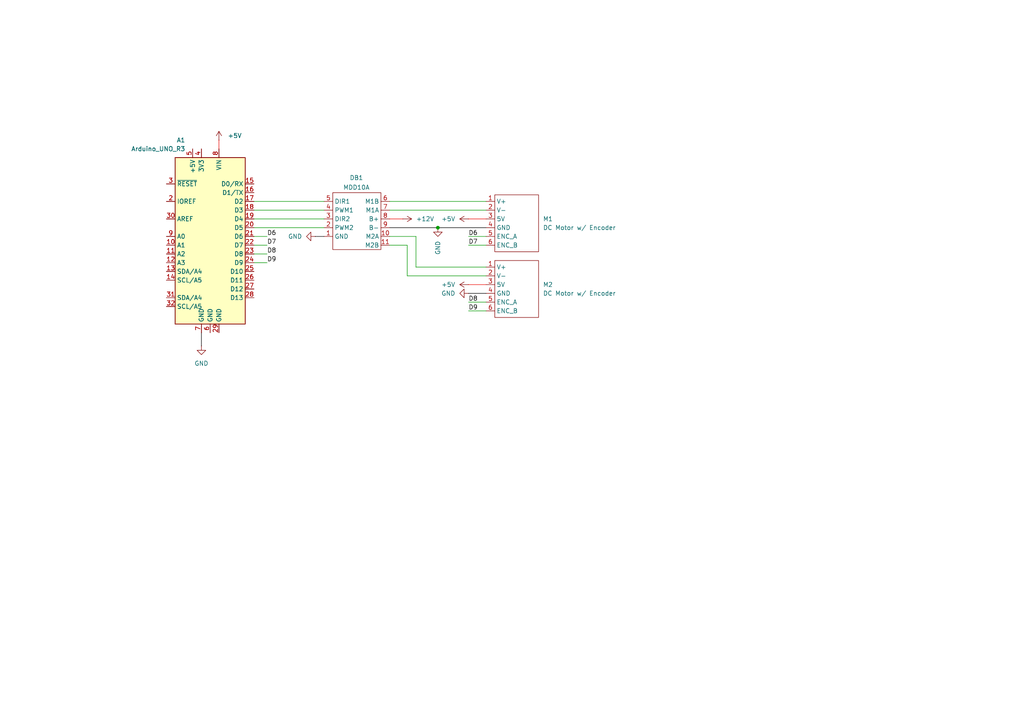
<source format=kicad_sch>
(kicad_sch (version 20250114) (generator "eeschema") (generator_version "9.0")
  (paper "A4")
  (lib_symbols
    (symbol "MCU_Module:Arduino_UNO_R3"
      (property "Reference" "A" (at -10.16 23.495 0))
      (property "Value" "Arduino_UNO_R3" (at 5.08 -26.67 0))
      (symbol "Arduino_UNO_R3_0_1"
        (rectangle (start -10.16 22.86) (end 10.16 -25.4) (stroke (width 0.254)) (fill (type background)))
      )
      (symbol "Arduino_UNO_R3_1_1"
        (pin bidirectional line (at -12.7 15.24 0) (length 2.54) (name "D0/RX") (number "15"))
        (pin bidirectional line (at -12.7 12.7 0) (length 2.54) (name "D1/TX") (number "16"))
        (pin bidirectional line (at -12.7 10.16 0) (length 2.54) (name "D2") (number "17"))
        (pin bidirectional line (at -12.7 7.62 0) (length 2.54) (name "D3") (number "18"))
        (pin bidirectional line (at -12.7 5.08 0) (length 2.54) (name "D4") (number "19"))
        (pin bidirectional line (at -12.7 2.54 0) (length 2.54) (name "D5") (number "20"))
        (pin bidirectional line (at -12.7 0 0) (length 2.54) (name "D6") (number "21"))
        (pin bidirectional line (at -12.7 -2.54 0) (length 2.54) (name "D7") (number "22"))
        (pin bidirectional line (at -12.7 -5.08 0) (length 2.54) (name "D8") (number "23"))
        (pin bidirectional line (at -12.7 -7.62 0) (length 2.54) (name "D9") (number "24"))
        (pin bidirectional line (at -12.7 -10.16 0) (length 2.54) (name "D10") (number "25"))
        (pin bidirectional line (at -12.7 -12.7 0) (length 2.54) (name "D11") (number "26"))
        (pin bidirectional line (at -12.7 -15.24 0) (length 2.54) (name "D12") (number "27"))
        (pin bidirectional line (at -12.7 -17.78 0) (length 2.54) (name "D13") (number "28"))
        (pin no_connect line (at -10.16 -20.32 0) (length 2.54) (hide yes) (name "NC") (number "1"))
        (pin power_in line (at -2.54 25.4 270) (length 2.54) (name "VIN") (number "8"))
        (pin power_in line (at -2.54 -27.94 90) (length 2.54) (name "GND") (number "29"))
        (pin power_in line (at 0 -27.94 90) (length 2.54) (name "GND") (number "6"))
        (pin power_out line (at 2.54 25.4 270) (length 2.54) (name "3V3") (number "4"))
        (pin power_in line (at 2.54 -27.94 90) (length 2.54) (name "GND") (number "7"))
        (pin power_out line (at 5.08 25.4 270) (length 2.54) (name "+5V") (number "5"))
        (pin input line (at 12.7 15.24 180) (length 2.54) (name "~{RESET}") (number "3"))
        (pin output line (at 12.7 10.16 180) (length 2.54) (name "IOREF") (number "2"))
        (pin input line (at 12.7 5.08 180) (length 2.54) (name "AREF") (number "30"))
        (pin bidirectional line (at 12.7 0 180) (length 2.54) (name "A0") (number "9"))
        (pin bidirectional line (at 12.7 -2.54 180) (length 2.54) (name "A1") (number "10"))
        (pin bidirectional line (at 12.7 -5.08 180) (length 2.54) (name "A2") (number "11"))
        (pin bidirectional line (at 12.7 -7.62 180) (length 2.54) (name "A3") (number "12"))
        (pin bidirectional line (at 12.7 -10.16 180) (length 2.54) (name "SDA/A4") (number "13"))
        (pin bidirectional line (at 12.7 -12.7 180) (length 2.54) (name "SCL/A5") (number "14"))
        (pin bidirectional line (at 12.7 -17.78 180) (length 2.54) (name "SDA/A4") (number "31"))
        (pin bidirectional line (at 12.7 -20.32 180) (length 2.54) (name "SCL/A5") (number "32"))
      )
    )
    (symbol "power:+12V" (power) (pin_numbers (hide yes)) (pin_names (offset 0) (hide yes))
      (property "Value" "+12V" (at 0 3.556 0))
      (symbol "+12V_0_1"
        (polyline (pts (xy -0.762 1.27) (xy 0 2.54)))
        (polyline (pts (xy 0 2.54) (xy 0.762 1.27)))
        (polyline (pts (xy 0 0) (xy 0 2.54)))
      )
      (symbol "+12V_1_1"
        (pin power_in line (at 0 0 90) (length 0) (name "~") (number "1"))
      )
    )
    (symbol "power:+5V" (power) (pin_numbers (hide yes)) (pin_names (offset 0) (hide yes))
      (property "Value" "+5V" (at 0 3.556 0))
      (symbol "+5V_0_1"
        (polyline (pts (xy -0.762 1.27) (xy 0 2.54)))
        (polyline (pts (xy 0 2.54) (xy 0.762 1.27)))
        (polyline (pts (xy 0 0) (xy 0 2.54)))
      )
      (symbol "+5V_1_1"
        (pin power_in line (at 0 0 90) (length 0) (name "~") (number "1"))
      )
    )
    (symbol "power:GND" (power) (pin_numbers (hide yes)) (pin_names (offset 0) (hide yes))
      (property "Value" "GND" (at 0 -3.81 0))
      (symbol "GND_0_1"
        (polyline (pts (xy 0 0) (xy 0 -1.27) (xy 1.27 -1.27) (xy 0 -2.54) (xy -1.27 -1.27) (xy 0 -1.27)))
      )
      (symbol "GND_1_1"
        (pin power_in line (at 0 0 270) (length 0) (name "~") (number "1"))
      )
    )
    (symbol "roverProjectLib:12V_DC_Motor_Hall"
      (property "Reference" "M1" (at 0 9.906 0))
      (property "Value" "DC Motor w/ Encoder" (at 0 -10.16 0))
      (symbol "12V_DC_Motor_Hall_0_1"
        (rectangle (start -6.35 8.255) (end 6.35 -8.255))
      )
      (symbol "12V_DC_Motor_Hall_1_1"
        (pin power_in line (at -8.89 6.35 0) (length 2.54) (name "V+") (number "1"))
        (pin power_in line (at -8.89 3.81 0) (length 2.54) (name "V-") (number "2"))
        (pin power_in line (at -8.89 1.27 0) (length 2.54) (name "5V") (number "3"))
        (pin power_in line (at -8.89 -1.27 0) (length 2.54) (name "GND") (number "4"))
        (pin output line (at -8.89 -3.81 0) (length 2.54) (name "ENC_A") (number "5"))
        (pin output line (at -8.89 -6.35 0) (length 2.54) (name "ENC_B") (number "6"))
      )
    )
    (symbol "roverProjectLib:MDD10A"
      (property "Reference" "DB1" (at -0.508 11.176 0))
      (property "Value" "MDD10A" (at -0.508 8.89 0))
      (symbol "MDD10A_0_1"
        (rectangle (start -7.62 7.62) (end 6.35 -8.89))
      )
      (symbol "MDD10A_1_1"
        (pin power_out line (at -10.16 5.08 0) (length 2.54) (name "M1B") (number "6"))
        (pin power_out line (at -10.16 2.54 0) (length 2.54) (name "M1A") (number "7"))
        (pin power_in line (at -10.16 0 0) (length 2.54) (name "B+") (number "8"))
        (pin power_in line (at -10.16 -2.54 0) (length 2.54) (name "B-") (number "9"))
        (pin power_out line (at -10.16 -5.08 0) (length 2.54) (name "M2A") (number "10"))
        (pin power_out line (at -10.16 -7.62 0) (length 2.54) (name "M2B") (number "11"))
        (pin input line (at 8.89 5.08 180) (length 2.54) (name "DIR1") (number "5"))
        (pin input line (at 8.89 2.54 180) (length 2.54) (name "PWM1") (number "4"))
        (pin input line (at 8.89 0 180) (length 2.54) (name "DIR2") (number "3"))
        (pin input line (at 8.89 -2.54 180) (length 2.54) (name "PWM2") (number "2"))
        (pin power_in line (at 8.89 -5.08 180) (length 2.54) (name "GND") (number "1"))
      )
    )
  )
  (junction (at 127 66.04))
  (wire (pts (xy 135.89 68.58) (xy 140.97 68.58)))
  (wire (pts (xy 118.11 80.01) (xy 118.11 71.12)))
  (wire (pts (xy 73.66 73.66) (xy 77.47 73.66)))
  (wire (pts (xy 135.89 63.5) (xy 140.97 63.5)) (stroke (width 0) (color 237 6 0 1)))
  (wire (pts (xy 63.5 40.64) (xy 63.5 43.18)) (stroke (width 0) (color 237 6 0 1)))
  (wire (pts (xy 73.66 68.58) (xy 77.47 68.58)))
  (wire (pts (xy 118.11 71.12) (xy 113.03 71.12)))
  (wire (pts (xy 135.89 90.17) (xy 140.97 90.17)))
  (wire (pts (xy 113.03 66.04) (xy 127 66.04)) (stroke (width 0) (color 0 0 0 1)))
  (wire (pts (xy 73.66 63.5) (xy 93.98 63.5)))
  (wire (pts (xy 113.03 58.42) (xy 140.97 58.42)))
  (wire (pts (xy 135.89 71.12) (xy 140.97 71.12)))
  (wire (pts (xy 127 66.04) (xy 140.97 66.04)) (stroke (width 0) (color 0 0 0 1)))
  (wire (pts (xy 73.66 58.42) (xy 93.98 58.42)))
  (wire (pts (xy 73.66 76.2) (xy 77.47 76.2)))
  (wire (pts (xy 113.03 63.5) (xy 116.84 63.5)) (stroke (width 0) (color 237 6 0 1)))
  (wire (pts (xy 120.65 77.47) (xy 140.97 77.47)))
  (wire (pts (xy 140.97 80.01) (xy 118.11 80.01)))
  (wire (pts (xy 73.66 66.04) (xy 93.98 66.04)))
  (wire (pts (xy 113.03 60.96) (xy 140.97 60.96)))
  (wire (pts (xy 58.42 96.52) (xy 58.42 100.33)) (stroke (width 0) (color 0 0 0 1)))
  (wire (pts (xy 135.89 85.09) (xy 140.97 85.09)) (stroke (width 0) (color 0 0 0 1)))
  (wire (pts (xy 91.44 68.58) (xy 93.98 68.58)) (stroke (width 0) (color 0 0 0 1)))
  (wire (pts (xy 73.66 71.12) (xy 77.47 71.12)))
  (wire (pts (xy 73.66 60.96) (xy 93.98 60.96)))
  (wire (pts (xy 120.65 68.58) (xy 120.65 77.47)))
  (wire (pts (xy 113.03 68.58) (xy 120.65 68.58)))
  (wire (pts (xy 135.89 82.55) (xy 140.97 82.55)) (stroke (width 0) (color 237 6 0 1)))
  (wire (pts (xy 135.89 87.63) (xy 140.97 87.63)))
  (label "D6" (at 135.89 68.58 0))
  (label "D8" (at 77.47 73.66 0))
  (label "D7" (at 135.89 71.12 0))
  (label "D9" (at 135.89 90.17 0))
  (label "D7" (at 77.47 71.12 0))
  (label "D6" (at 77.47 68.58 0))
  (label "D8" (at 135.89 87.63 0))
  (label "D9" (at 77.47 76.2 0))
  (symbol (lib_id "power:+5V") (at 135.89 82.55 90) (unit 1)
    (property "Reference" "#PWR?" (effects (hide yes)))
    (property "Value" "+5V" (at 132.08 82.5499 90) (effects (justify left)))
    (property "Description" "Power symbol creates a global label with name \"+5V\"" (effects (hide yes)))
  )
  (symbol (lib_id "power:+5V") (at 63.5 40.64 0) (unit 1)
    (property "Reference" "#PWR01" (effects (hide yes)))
    (property "Value" "+5V" (at 66.04 39.3699 0) (effects (justify left)))
    (property "Description" "Power symbol creates a global label with name \"+5V\"" (effects (hide yes)))
  )
  (symbol (lib_id "roverProjectLib:12V_DC_Motor_Hall") (at 149.86 83.82 0) (unit 1)
    (property "Reference" "M2" (at 157.48 82.5499 0) (effects (justify left)))
    (property "Value" "DC Motor w/ Encoder" (at 157.48 85.0899 0) (effects (justify left)))
  )
  (symbol (lib_id "roverProjectLib:12V_DC_Motor_Hall") (at 149.86 64.77 0) (unit 1)
    (property "Reference" "M1" (at 157.48 63.4999 0) (effects (justify left)))
    (property "Value" "DC Motor w/ Encoder" (at 157.48 66.0399 0) (effects (justify left)))
  )
  (symbol (lib_id "power:GND") (at 135.89 85.09 270) (unit 1)
    (property "Reference" "#PWR?" (effects (hide yes)))
    (property "Value" "GND" (at 132.08 85.0899 90) (effects (justify right)))
    (property "Description" "Power symbol creates a global label with name \"GND\" , ground" (effects (hide yes)))
  )
  (symbol (lib_id "power:+5V") (at 135.89 63.5 90) (unit 1)
    (property "Reference" "#PWR05" (effects (hide yes)))
    (property "Value" "+5V" (at 132.08 63.4999 90) (effects (justify left)))
    (property "Description" "Power symbol creates a global label with name \"+5V\"" (effects (hide yes)))
  )
  (symbol (lib_id "power:GND") (at 58.42 100.33 0) (unit 1)
    (property "Reference" "#PWR03" (effects (hide yes)))
    (property "Value" "GND" (at 58.42 105.41 0))
    (property "Description" "Power symbol creates a global label with name \"GND\" , ground" (effects (hide yes)))
  )
  (symbol (lib_id "MCU_Module:Arduino_UNO_R3") (at 60.96 68.58 0) (mirror y) (unit 1)
    (property "Reference" "A1" (at 53.7367 40.64 0) (effects (justify left)))
    (property "Value" "Arduino_UNO_R3" (at 53.7367 43.18 0) (effects (justify left)))
    (property "Footprint" "Module:Arduino_UNO_R3" (effects (hide yes)))
    (property "Datasheet" "https://www.arduino.cc/en/Main/arduinoBoardUno" (effects (hide yes)))
    (property "Description" "Arduino UNO Microcontroller Module, release 3" (effects (hide yes)))
  )
  (symbol (lib_id "roverProjectLib:MDD10A") (at 102.87 63.5 0) (mirror y) (unit 1)
    (property "Reference" "DB1" (at 103.378 51.562 0))
    (property "Value" "MDD10A" (at 103.378 54.356 0))
    (property "Footprint" "roverProjectLib:Motor_Driver_MDD10A" (effects (hide yes)))
    (property "Description" "Cytron MDD10A motor driver board" (effects (hide yes)))
  )
  (symbol (lib_id "power:GND") (at 127 66.04 0) (unit 1)
    (property "Reference" "#PWR04" (effects (hide yes)))
    (property "Value" "GND" (at 126.9999 69.85 90) (effects (justify right)))
    (property "Description" "Power symbol creates a global label with name \"GND\" , ground" (effects (hide yes)))
  )
  (symbol (lib_id "power:+12V") (at 116.84 63.5 270) (unit 1)
    (property "Reference" "#PWR02" (effects (hide yes)))
    (property "Value" "+12V" (at 120.65 63.4999 90) (effects (justify left)))
    (property "Description" "Power symbol creates a global label with name \"+12V\"" (effects (hide yes)))
  )
  (symbol (lib_id "power:GND") (at 91.44 68.58 270) (unit 1)
    (property "Reference" "#PWR07" (effects (hide yes)))
    (property "Value" "GND" (at 87.63 68.5799 90) (effects (justify right)))
    (property "Description" "Power symbol creates a global label with name \"GND\" , ground" (effects (hide yes)))
  )
)
</source>
